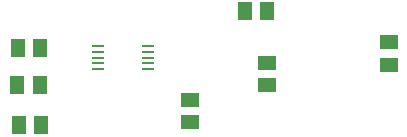
<source format=gbr>
G04 EAGLE Gerber RS-274X export*
G75*
%MOMM*%
%FSLAX34Y34*%
%LPD*%
%INSolderpaste Top*%
%IPPOS*%
%AMOC8*
5,1,8,0,0,1.08239X$1,22.5*%
G01*
%ADD10R,1.000000X0.250000*%
%ADD11R,1.300000X1.500000*%
%ADD12R,1.500000X1.300000*%


D10*
X405131Y385500D03*
X405131Y390500D03*
X405131Y395500D03*
X405131Y400500D03*
X405131Y405500D03*
X362869Y405500D03*
X362869Y400500D03*
X362869Y395500D03*
X362869Y390500D03*
X362869Y385500D03*
D11*
X314500Y338500D03*
X295500Y338500D03*
X294500Y372500D03*
X313500Y372500D03*
X295000Y403500D03*
X314000Y403500D03*
D12*
X440500Y359500D03*
X440500Y340500D03*
D11*
X506000Y434500D03*
X487000Y434500D03*
D12*
X506000Y391000D03*
X506000Y372000D03*
X609000Y408500D03*
X609000Y389500D03*
M02*

</source>
